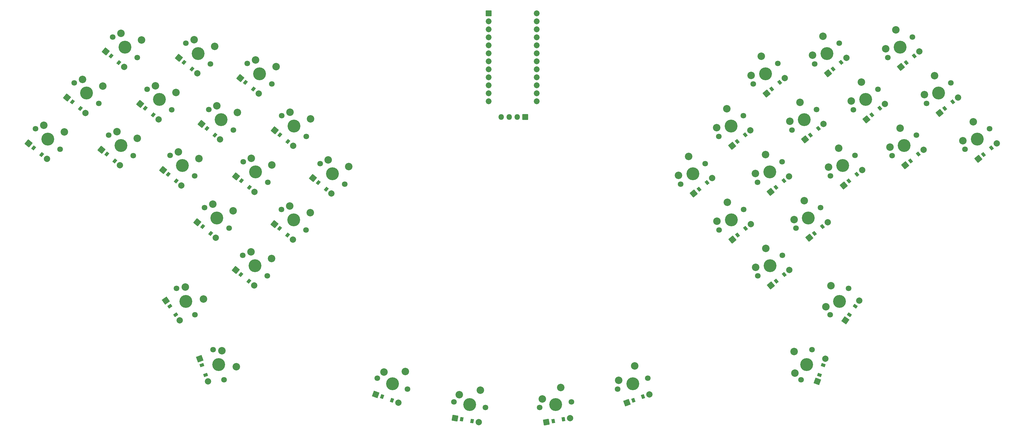
<source format=gbr>
%TF.GenerationSoftware,KiCad,Pcbnew,8.0.1*%
%TF.CreationDate,2024-05-19T15:34:11+09:00*%
%TF.ProjectId,pcb_plate,7063625f-706c-4617-9465-2e6b69636164,v1.0.0*%
%TF.SameCoordinates,Original*%
%TF.FileFunction,Soldermask,Bot*%
%TF.FilePolarity,Negative*%
%FSLAX46Y46*%
G04 Gerber Fmt 4.6, Leading zero omitted, Abs format (unit mm)*
G04 Created by KiCad (PCBNEW 8.0.1) date 2024-05-19 15:34:11*
%MOMM*%
%LPD*%
G01*
G04 APERTURE LIST*
G04 Aperture macros list*
%AMRoundRect*
0 Rectangle with rounded corners*
0 $1 Rounding radius*
0 $2 $3 $4 $5 $6 $7 $8 $9 X,Y pos of 4 corners*
0 Add a 4 corners polygon primitive as box body*
4,1,4,$2,$3,$4,$5,$6,$7,$8,$9,$2,$3,0*
0 Add four circle primitives for the rounded corners*
1,1,$1+$1,$2,$3*
1,1,$1+$1,$4,$5*
1,1,$1+$1,$6,$7*
1,1,$1+$1,$8,$9*
0 Add four rect primitives between the rounded corners*
20,1,$1+$1,$2,$3,$4,$5,0*
20,1,$1+$1,$4,$5,$6,$7,0*
20,1,$1+$1,$6,$7,$8,$9,0*
20,1,$1+$1,$8,$9,$2,$3,0*%
G04 Aperture macros list end*
%ADD10RoundRect,0.050000X-0.109575X-1.252452X1.252452X-0.109575X0.109575X1.252452X-1.252452X0.109575X0*%
%ADD11RoundRect,0.050000X0.040953X-0.748881X0.730393X-0.170372X-0.040953X0.748881X-0.730393X0.170372X0*%
%ADD12C,2.005000*%
%ADD13RoundRect,0.050000X-1.252452X-0.109575X0.109575X-1.252452X1.252452X0.109575X-0.109575X1.252452X0*%
%ADD14RoundRect,0.050000X-0.730393X-0.170372X-0.040953X-0.748881X0.730393X0.170372X0.040953X0.748881X0*%
%ADD15C,1.801800*%
%ADD16C,4.087800*%
%ADD17C,2.386000*%
%ADD18RoundRect,0.050000X-0.531331X-1.139443X1.139443X-0.531331X0.531331X1.139443X-1.139443X0.531331X0*%
%ADD19RoundRect,0.050000X-0.217650X-0.717725X0.628074X-0.409907X0.217650X0.717725X-0.628074X0.409907X0*%
%ADD20RoundRect,0.050000X-1.238136X0.218317X-0.218317X-1.238136X1.238136X-0.218317X0.218317X1.238136X0*%
%ADD21RoundRect,0.050000X-0.749601X0.024473X-0.233382X-0.712764X0.749601X-0.024473X0.233382X0.712764X0*%
%ADD22RoundRect,0.050000X0.218317X-1.238136X1.238136X0.218317X-0.218317X1.238136X-1.238136X-0.218317X0*%
%ADD23RoundRect,0.050000X0.233382X-0.712764X0.749601X0.024473X-0.233382X0.712764X-0.749601X-0.024473X0*%
%ADD24RoundRect,0.050000X-1.029867X-0.721121X0.721121X-1.029867X1.029867X0.721121X-0.721121X1.029867X0*%
%ADD25RoundRect,0.050000X-0.547352X-0.512743X0.338975X-0.669026X0.547352X0.512743X-0.338975X0.669026X0*%
%ADD26RoundRect,0.050000X-1.139443X0.531331X-0.531331X-1.139443X1.139443X-0.531331X0.531331X1.139443X0*%
%ADD27RoundRect,0.050000X-0.717725X0.217650X-0.409907X-0.628074X0.717725X-0.217650X0.409907X0.628074X0*%
%ADD28RoundRect,0.050000X-0.850000X-0.850000X0.850000X-0.850000X0.850000X0.850000X-0.850000X0.850000X0*%
%ADD29O,1.800000X1.800000*%
%ADD30RoundRect,0.050000X-0.721121X-1.029867X1.029867X-0.721121X0.721121X1.029867X-1.029867X0.721121X0*%
%ADD31RoundRect,0.050000X-0.338975X-0.669026X0.547352X-0.512743X0.338975X0.669026X-0.547352X0.512743X0*%
%ADD32RoundRect,0.050000X-1.139443X-0.531331X0.531331X-1.139443X1.139443X0.531331X-0.531331X1.139443X0*%
%ADD33RoundRect,0.050000X-0.628074X-0.409907X0.217650X-0.717725X0.628074X0.409907X-0.217650X0.717725X0*%
%ADD34RoundRect,0.050000X0.531331X-1.139443X1.139443X0.531331X-0.531331X1.139443X-1.139443X-0.531331X0*%
%ADD35RoundRect,0.050000X0.409907X-0.628074X0.717725X0.217650X-0.409907X0.628074X-0.717725X-0.217650X0*%
%ADD36RoundRect,0.050000X-0.876300X0.876300X-0.876300X-0.876300X0.876300X-0.876300X0.876300X0.876300X0*%
%ADD37C,1.852600*%
G04 APERTURE END LIST*
D10*
%TO.C,D32*%
X264601598Y-207219468D03*
D11*
X266256255Y-205831048D03*
X268784199Y-203709846D03*
D12*
X270438856Y-202321426D03*
%TD*%
D13*
%TO.C,D4*%
X52338383Y-164126799D03*
D14*
X53993038Y-165515218D03*
X56520986Y-167636422D03*
D12*
X58175641Y-169024841D03*
%TD*%
D15*
%TO.C,S24*%
X290724615Y-151417812D03*
D16*
X294616121Y-148152451D03*
D15*
X298507627Y-144887090D03*
D17*
X293296511Y-142628264D03*
X290064811Y-148655718D03*
%TD*%
D10*
%TO.C,D25*%
X282666323Y-139838549D03*
D11*
X284320980Y-138450129D03*
X286848924Y-136328927D03*
D12*
X288503581Y-134940507D03*
%TD*%
D15*
%TO.C,S17*%
X87713047Y-227603467D03*
D16*
X89450509Y-232377106D03*
D15*
X91187971Y-237150745D03*
D17*
X95092881Y-233026463D03*
X90534233Y-227928147D03*
%TD*%
D18*
%TO.C,D37*%
X218895956Y-244430490D03*
D19*
X220925692Y-243691725D03*
X224026676Y-242563061D03*
D12*
X226056412Y-241824296D03*
%TD*%
D13*
%TO.C,D2*%
X41418765Y-147503751D03*
D14*
X43073420Y-148892170D03*
X45601368Y-151013374D03*
D12*
X47256023Y-152401793D03*
%TD*%
D15*
%TO.C,S16*%
X76121410Y-208168156D03*
D16*
X79035178Y-212329448D03*
D15*
X81948946Y-216490740D03*
D17*
X84653356Y-211496325D03*
X78930499Y-207751594D03*
%TD*%
D10*
%TO.C,D33*%
X252356500Y-192626325D03*
D11*
X254011157Y-191237905D03*
X256539101Y-189116703D03*
D12*
X258193758Y-187728283D03*
%TD*%
D15*
%TO.C,S32*%
X260414783Y-204205584D03*
D16*
X264306289Y-200940223D03*
D15*
X268197795Y-197674862D03*
D17*
X262986679Y-195416036D03*
X259754979Y-201443490D03*
%TD*%
D15*
%TO.C,S10*%
X84990245Y-182511131D03*
D16*
X88881751Y-185776492D03*
D15*
X92773257Y-189041853D03*
D17*
X94092866Y-183517666D03*
X87595803Y-181381717D03*
%TD*%
D13*
%TO.C,D15*%
X119383518Y-173135132D03*
D14*
X121038173Y-174523551D03*
X123566121Y-176644755D03*
D12*
X125220776Y-178033174D03*
%TD*%
D15*
%TO.C,S29*%
X272558911Y-189041853D03*
D16*
X276450417Y-185776492D03*
D15*
X280341923Y-182511131D03*
D17*
X275130807Y-180252305D03*
X271899107Y-186279759D03*
%TD*%
D13*
%TO.C,D13*%
X94893309Y-202321427D03*
D14*
X96547964Y-203709846D03*
X99075912Y-205831050D03*
D12*
X100730567Y-207219469D03*
%TD*%
D15*
%TO.C,S37*%
X215992449Y-240166394D03*
D16*
X220766088Y-238428932D03*
D15*
X225539727Y-236691470D03*
D17*
X221415445Y-232786560D03*
X216317129Y-237345208D03*
%TD*%
D10*
%TO.C,D27*%
X275420242Y-160839538D03*
D11*
X277074899Y-159451118D03*
X279602843Y-157329916D03*
D12*
X281257500Y-155941496D03*
%TD*%
D15*
%TO.C,S18*%
X139792444Y-236691473D03*
D16*
X144566083Y-238428935D03*
D15*
X149339722Y-240166397D03*
D17*
X148690365Y-234524026D03*
X141854586Y-234739020D03*
%TD*%
D10*
%TO.C,D34*%
X240111395Y-178033170D03*
D11*
X241766052Y-176644750D03*
X244293996Y-174523548D03*
D12*
X245948653Y-173135128D03*
%TD*%
D15*
%TO.C,S38*%
X191287219Y-245970451D03*
D16*
X196290043Y-245088317D03*
D15*
X201292867Y-244206183D03*
D17*
X197909323Y-239644426D03*
X192096860Y-243248506D03*
%TD*%
D15*
%TO.C,S26*%
X283478533Y-172418803D03*
D16*
X287370039Y-169153442D03*
D15*
X291261545Y-165888081D03*
D17*
X286050429Y-163629255D03*
X282818729Y-169656709D03*
%TD*%
D20*
%TO.C,D16*%
X72754094Y-212076360D03*
D21*
X73993021Y-213845730D03*
X75885819Y-216548928D03*
D12*
X77124746Y-218318298D03*
%TD*%
D15*
%TO.C,S8*%
X86315735Y-151294939D03*
D16*
X90207241Y-154560300D03*
D15*
X94098747Y-157825661D03*
D17*
X95418356Y-152301474D03*
X88921293Y-150165525D03*
%TD*%
D22*
%TO.C,D35*%
X288207425Y-218318305D03*
D23*
X289446352Y-216548938D03*
X291339150Y-213845734D03*
D12*
X292578077Y-212076367D03*
%TD*%
D15*
%TO.C,S31*%
X248068707Y-159855564D03*
D16*
X251960213Y-156590203D03*
D15*
X255851719Y-153324842D03*
D17*
X250640603Y-151066016D03*
X247408903Y-157093470D03*
%TD*%
D15*
%TO.C,S36*%
X274144200Y-237150742D03*
D16*
X275881662Y-232377103D03*
D15*
X277619124Y-227603464D03*
D17*
X271976753Y-228252821D03*
X272191747Y-235088600D03*
%TD*%
D15*
%TO.C,S5*%
X66824540Y-144887087D03*
D16*
X70716046Y-148152448D03*
D15*
X74607552Y-151417809D03*
D17*
X75927161Y-145893622D03*
X69430098Y-143757673D03*
%TD*%
D15*
%TO.C,S12*%
X109480454Y-153324841D03*
D16*
X113371960Y-156590202D03*
D15*
X117263466Y-159855563D03*
D17*
X118583075Y-154331376D03*
X112086012Y-152195427D03*
%TD*%
D13*
%TO.C,D8*%
X84074676Y-155941499D03*
D14*
X85729331Y-157329918D03*
X88257279Y-159451122D03*
D12*
X89911934Y-160839541D03*
%TD*%
D15*
%TO.C,S35*%
X283383225Y-216490739D03*
D16*
X286296993Y-212329447D03*
D15*
X289210761Y-208168155D03*
D17*
X283592583Y-207335033D03*
X282031020Y-213993529D03*
%TD*%
D13*
%TO.C,D5*%
X64583485Y-149533653D03*
D14*
X66238140Y-150922072D03*
X68766088Y-153043276D03*
D12*
X70420743Y-154431695D03*
%TD*%
D15*
%TO.C,S21*%
X313889333Y-149387910D03*
D16*
X317780839Y-146122549D03*
D15*
X321672345Y-142857188D03*
D17*
X316461229Y-140598362D03*
X313229529Y-146625816D03*
%TD*%
D10*
%TO.C,D29*%
X276745727Y-192055733D03*
D11*
X278400384Y-190667313D03*
X280928328Y-188546111D03*
D12*
X282582985Y-187157691D03*
%TD*%
D10*
%TO.C,D21*%
X318076146Y-152401793D03*
D11*
X319730803Y-151013373D03*
X322258747Y-148892171D03*
D12*
X323913404Y-147503751D03*
%TD*%
D15*
%TO.C,S20*%
X326134434Y-163981061D03*
D16*
X330025940Y-160715700D03*
D15*
X333917446Y-157450339D03*
D17*
X328706330Y-155191513D03*
X325474630Y-161218967D03*
%TD*%
D15*
%TO.C,S4*%
X54579439Y-159480234D03*
D16*
X58470945Y-162745595D03*
D15*
X62362451Y-166010956D03*
D17*
X63682060Y-160486769D03*
X57184997Y-158350820D03*
%TD*%
D24*
%TO.C,D19*%
X164421769Y-249350759D03*
D25*
X166548953Y-249725842D03*
X169798819Y-250298878D03*
D12*
X171926003Y-250673961D03*
%TD*%
D15*
%TO.C,S25*%
X278479508Y-136824670D03*
D16*
X282371014Y-133559309D03*
D15*
X286262520Y-130293948D03*
D17*
X281051404Y-128035122D03*
X277819704Y-134062576D03*
%TD*%
D13*
%TO.C,D11*%
X94994285Y-172564548D03*
D14*
X96648940Y-173952967D03*
X99176888Y-176074171D03*
D12*
X100831543Y-177462590D03*
%TD*%
D10*
%TO.C,D20*%
X330321253Y-166994941D03*
D11*
X331975910Y-165606521D03*
X334503854Y-163485319D03*
D12*
X336158511Y-162096899D03*
%TD*%
D26*
%TO.C,D17*%
X83448946Y-230506973D03*
D27*
X84187711Y-232536709D03*
X85316375Y-235637693D03*
D12*
X86055140Y-237667429D03*
%TD*%
D10*
%TO.C,D23*%
X307156535Y-169024843D03*
D11*
X308811192Y-167636423D03*
X311339136Y-165515221D03*
D12*
X312993793Y-164126801D03*
%TD*%
D10*
%TO.C,D28*%
X263175140Y-146246389D03*
D11*
X264829797Y-144857969D03*
X267357741Y-142736767D03*
D12*
X269012398Y-141348347D03*
%TD*%
D15*
%TO.C,S30*%
X260313808Y-174448704D03*
D16*
X264205314Y-171183343D03*
D15*
X268096820Y-167917982D03*
D17*
X262885704Y-165659156D03*
X259654004Y-171686610D03*
%TD*%
D13*
%TO.C,D7*%
X71829565Y-170534646D03*
D14*
X73484220Y-171923065D03*
X76012168Y-174044269D03*
D12*
X77666823Y-175432688D03*
%TD*%
D13*
%TO.C,D9*%
X96319779Y-141348351D03*
D14*
X97974434Y-142736770D03*
X100502382Y-144857974D03*
D12*
X102157037Y-146246393D03*
%TD*%
D15*
%TO.C,S1*%
X31414721Y-157450337D03*
D16*
X35306227Y-160715698D03*
D15*
X39197733Y-163981059D03*
D17*
X40517342Y-158456872D03*
X34020279Y-156320923D03*
%TD*%
D10*
%TO.C,D26*%
X287665342Y-175432688D03*
D11*
X289319999Y-174044268D03*
X291847943Y-171923066D03*
D12*
X293502600Y-170534646D03*
%TD*%
D15*
%TO.C,S11*%
X97235349Y-167917982D03*
D16*
X101126855Y-171183343D03*
D15*
X105018361Y-174448704D03*
D17*
X106337970Y-168924517D03*
X99840907Y-166788568D03*
%TD*%
D15*
%TO.C,S27*%
X271233431Y-157825658D03*
D16*
X275124937Y-154560297D03*
D15*
X279016443Y-151294936D03*
D17*
X273805327Y-149036110D03*
X270573627Y-155063564D03*
%TD*%
D15*
%TO.C,S19*%
X164039306Y-244206194D03*
D16*
X169042130Y-245088326D03*
D15*
X174044954Y-245970458D03*
D17*
X172425673Y-240526568D03*
X165731080Y-241925316D03*
%TD*%
D15*
%TO.C,S9*%
X98560840Y-136701790D03*
D16*
X102452346Y-139967151D03*
D15*
X106343852Y-143232512D03*
D17*
X107663461Y-137708325D03*
X101166398Y-135572376D03*
%TD*%
D28*
%TO.C,OLED1*%
X186716086Y-153747078D03*
D29*
X184176089Y-153747077D03*
X181636087Y-153747078D03*
X179096089Y-153747077D03*
%TD*%
D30*
%TO.C,D38*%
X193406162Y-250673961D03*
D31*
X195533347Y-250298878D03*
X198783211Y-249725842D03*
D12*
X200910396Y-249350759D03*
%TD*%
D13*
%TO.C,D3*%
X53663864Y-132910604D03*
D14*
X55318519Y-134299023D03*
X57846467Y-136420227D03*
D12*
X59501122Y-137808646D03*
%TD*%
D10*
%TO.C,D22*%
X305831039Y-137808649D03*
D11*
X307485696Y-136420229D03*
X310013640Y-134299027D03*
D12*
X311668297Y-132910607D03*
%TD*%
D15*
%TO.C,S23*%
X302969716Y-166010960D03*
D16*
X306861222Y-162745599D03*
D15*
X310752728Y-159480238D03*
D17*
X305541612Y-157221412D03*
X302309912Y-163248866D03*
%TD*%
D13*
%TO.C,D10*%
X82749188Y-187157697D03*
D14*
X84403843Y-188546116D03*
X86931791Y-190667320D03*
D12*
X88586446Y-192055739D03*
%TD*%
D10*
%TO.C,D30*%
X264500625Y-177462588D03*
D11*
X266155282Y-176074168D03*
X268683226Y-173952966D03*
D12*
X270337883Y-172564546D03*
%TD*%
D10*
%TO.C,D24*%
X294911432Y-154431695D03*
D11*
X296566089Y-153043275D03*
X299094033Y-150922073D03*
D12*
X300748690Y-149533653D03*
%TD*%
D15*
%TO.C,S3*%
X55904933Y-128264044D03*
D16*
X59796439Y-131529405D03*
D15*
X63687945Y-134794766D03*
D17*
X65007554Y-129270579D03*
X58510491Y-127134630D03*
%TD*%
D13*
%TO.C,D1*%
X29173664Y-162096897D03*
D14*
X30828319Y-163485316D03*
X33356267Y-165606520D03*
D12*
X35010922Y-166994939D03*
%TD*%
D32*
%TO.C,D18*%
X139275756Y-241824293D03*
D33*
X141305491Y-242563058D03*
X144406477Y-243691722D03*
D12*
X146436212Y-244430487D03*
%TD*%
D15*
%TO.C,S22*%
X301644228Y-134794762D03*
D16*
X305535734Y-131529401D03*
D15*
X309427240Y-128264040D03*
D17*
X304216124Y-126005214D03*
X300984424Y-132032668D03*
%TD*%
D13*
%TO.C,D14*%
X107138413Y-187728282D03*
D14*
X108793068Y-189116701D03*
X111321016Y-191237905D03*
D12*
X112975671Y-192626324D03*
%TD*%
D15*
%TO.C,S33*%
X248169685Y-189612443D03*
D16*
X252061191Y-186347082D03*
D15*
X255952697Y-183081721D03*
D17*
X250741581Y-180822895D03*
X247509881Y-186850349D03*
%TD*%
D34*
%TO.C,D36*%
X279277029Y-237667435D03*
D35*
X280015794Y-235637700D03*
X281144458Y-232536714D03*
D12*
X281883223Y-230506979D03*
%TD*%
D15*
%TO.C,S15*%
X121624582Y-168488572D03*
D16*
X125516088Y-171753933D03*
D15*
X129407594Y-175019294D03*
D17*
X130727203Y-169495107D03*
X124230140Y-167359158D03*
%TD*%
D15*
%TO.C,S2*%
X43659829Y-142857197D03*
D16*
X47551335Y-146122558D03*
D15*
X51442841Y-149387919D03*
D17*
X52762450Y-143863732D03*
X46265387Y-141727783D03*
%TD*%
D13*
%TO.C,D6*%
X76828593Y-134940502D03*
D14*
X78483248Y-136328921D03*
X81011196Y-138450125D03*
D12*
X82665851Y-139838544D03*
%TD*%
D15*
%TO.C,S14*%
X109379475Y-183081718D03*
D16*
X113270981Y-186347079D03*
D15*
X117162487Y-189612440D03*
D17*
X118482096Y-184088253D03*
X111985033Y-181952304D03*
%TD*%
D15*
%TO.C,S6*%
X79069651Y-130293946D03*
D16*
X82961157Y-133559307D03*
D15*
X86852663Y-136824668D03*
D17*
X88172272Y-131300481D03*
X81675209Y-129164532D03*
%TD*%
D15*
%TO.C,S13*%
X97134371Y-197674862D03*
D16*
X101025877Y-200940223D03*
D15*
X104917383Y-204205584D03*
D17*
X106236992Y-198681397D03*
X99739929Y-196545448D03*
%TD*%
D10*
%TO.C,D31*%
X252255516Y-162869442D03*
D11*
X253910173Y-161481022D03*
X256438117Y-159359820D03*
D12*
X258092774Y-157971400D03*
%TD*%
D15*
%TO.C,S7*%
X74070633Y-165888086D03*
D16*
X77962139Y-169153447D03*
D15*
X81853645Y-172418808D03*
D17*
X83173254Y-166894621D03*
X76676191Y-164758672D03*
%TD*%
D15*
%TO.C,S34*%
X235924578Y-175019291D03*
D16*
X239816084Y-171753930D03*
D15*
X243707590Y-168488569D03*
D17*
X238496474Y-166229743D03*
X235264774Y-172257197D03*
%TD*%
D36*
%TO.C,MCU1*%
X175046085Y-120783935D03*
D37*
X175046086Y-123323934D03*
X175046085Y-125863931D03*
X175046086Y-128403934D03*
X175046085Y-130943932D03*
X175046085Y-133483933D03*
X175046085Y-136023933D03*
X175046086Y-138563934D03*
X175046088Y-141103933D03*
X175046086Y-143643934D03*
X175046086Y-146183933D03*
X175046085Y-148723931D03*
X190286085Y-120783935D03*
X190286084Y-123323933D03*
X190286084Y-125863932D03*
X190286082Y-128403933D03*
X190286084Y-130943932D03*
X190286085Y-133483933D03*
X190286085Y-136023933D03*
X190286085Y-138563934D03*
X190286084Y-141103932D03*
X190286085Y-143643935D03*
X190286084Y-146183932D03*
X190286085Y-148723931D03*
%TD*%
D15*
%TO.C,S28*%
X258988320Y-143232513D03*
D16*
X262879826Y-139967152D03*
D15*
X266771332Y-136701791D03*
D17*
X261560216Y-134442965D03*
X258328516Y-140470419D03*
%TD*%
D13*
%TO.C,D12*%
X107239388Y-157971400D03*
D14*
X108894043Y-159359819D03*
X111421991Y-161481023D03*
D12*
X113076646Y-162869442D03*
%TD*%
M02*

</source>
